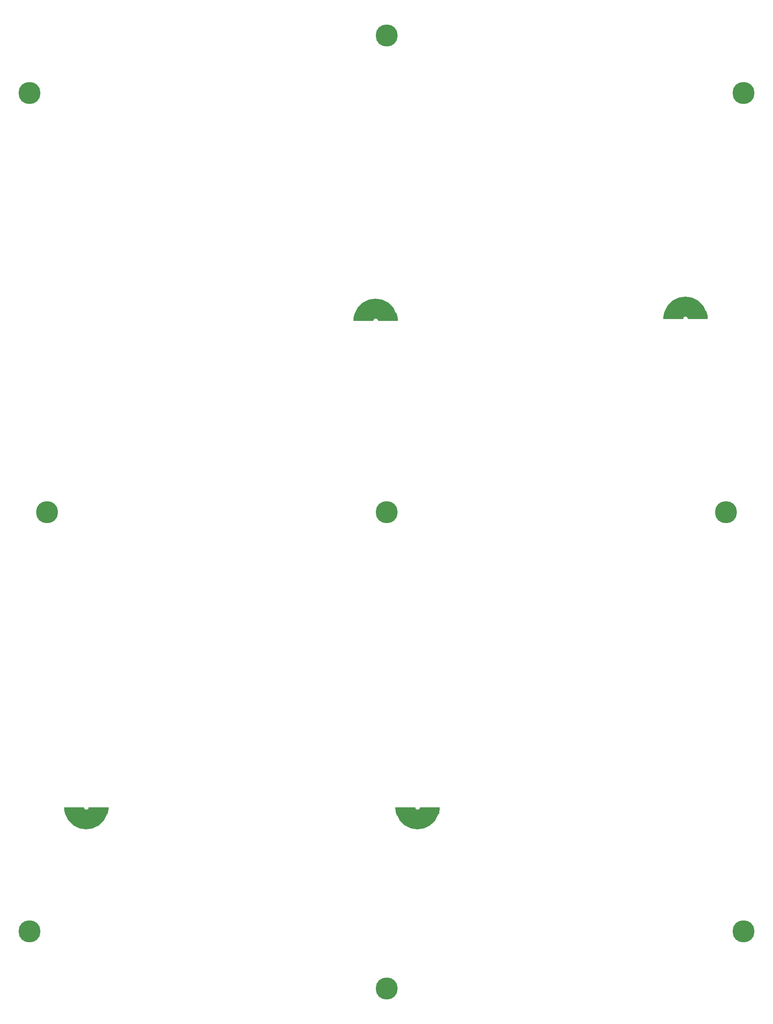
<source format=gbr>
%TF.GenerationSoftware,KiCad,Pcbnew,5.99.0-unknown-283d176cdc~117~ubuntu20.04.1*%
%TF.CreationDate,2021-02-27T15:30:39-06:00*%
%TF.ProjectId,FlatPanel4x4_tighter,466c6174-5061-46e6-956c-3478345f7469,rev?*%
%TF.SameCoordinates,Original*%
%TF.FileFunction,Soldermask,Top*%
%TF.FilePolarity,Negative*%
%FSLAX46Y46*%
G04 Gerber Fmt 4.6, Leading zero omitted, Abs format (unit mm)*
G04 Created by KiCad (PCBNEW 5.99.0-unknown-283d176cdc~117~ubuntu20.04.1) date 2021-02-27 15:30:39*
%MOMM*%
%LPD*%
G01*
G04 APERTURE LIST*
%ADD10C,2.200000*%
%ADD11C,0.000100*%
%ADD12C,2.900000*%
%ADD13C,5.000000*%
G04 APERTURE END LIST*
D10*
%TO.C,Feed1*%
X86755000Y-68512000D02*
G75*
G02*
X94224000Y-68540000I3730377J-1113900D01*
G01*
D11*
X95481150Y-69306600D02*
X95461000Y-69109000D01*
X95461000Y-69109000D02*
X95438000Y-68955000D01*
X95438000Y-68955000D02*
X95403000Y-68727000D01*
X95403000Y-68727000D02*
X95316000Y-68364000D01*
X95316000Y-68364000D02*
X95147000Y-67852000D01*
X95147000Y-67852000D02*
X95152400Y-69631600D01*
X95152400Y-69631600D02*
X95502400Y-69631600D01*
X95502400Y-69631600D02*
X95494000Y-69493000D01*
X95494000Y-69493000D02*
X95481150Y-69306600D01*
G36*
X95316000Y-68364000D02*
G01*
X95403000Y-68727000D01*
X95438000Y-68955000D01*
X95461000Y-69109000D01*
X95481150Y-69306600D01*
X95494000Y-69493000D01*
X95502400Y-69631600D01*
X95152400Y-69631600D01*
X95147000Y-67852000D01*
X95316000Y-68364000D01*
G37*
X95316000Y-68364000D02*
X95403000Y-68727000D01*
X95438000Y-68955000D01*
X95461000Y-69109000D01*
X95481150Y-69306600D01*
X95494000Y-69493000D01*
X95502400Y-69631600D01*
X95152400Y-69631600D01*
X95147000Y-67852000D01*
X95316000Y-68364000D01*
X90976000Y-66653000D02*
X91049400Y-69631600D01*
X91049400Y-69631600D02*
X95486000Y-69632000D01*
X95486000Y-69632000D02*
X95300000Y-68351000D01*
X95300000Y-68351000D02*
X90976000Y-66653000D01*
G36*
X95300000Y-68351000D02*
G01*
X95486000Y-69632000D01*
X91049400Y-69631600D01*
X90976000Y-66653000D01*
X95300000Y-68351000D01*
G37*
X95300000Y-68351000D02*
X95486000Y-69632000D01*
X91049400Y-69631600D01*
X90976000Y-66653000D01*
X95300000Y-68351000D01*
X85651400Y-68372600D02*
X85611400Y-68542600D01*
X85611400Y-68542600D02*
X85571400Y-68742600D01*
X85571400Y-68742600D02*
X85531400Y-68992600D01*
X85531400Y-68992600D02*
X85511400Y-69182600D01*
X85511400Y-69182600D02*
X85501400Y-69332600D01*
X85501400Y-69332600D02*
X85491400Y-69542600D01*
X85491400Y-69542600D02*
X85491400Y-69632600D01*
X85491400Y-69632600D02*
X85711400Y-68162600D01*
X85711400Y-68162600D02*
X85651400Y-68372600D01*
G36*
X85491400Y-69632600D02*
G01*
X85491400Y-69542600D01*
X85501400Y-69332600D01*
X85511400Y-69182600D01*
X85531400Y-68992600D01*
X85571400Y-68742600D01*
X85611400Y-68542600D01*
X85651400Y-68372600D01*
X85711400Y-68162600D01*
X85491400Y-69632600D01*
G37*
X85491400Y-69632600D02*
X85491400Y-69542600D01*
X85501400Y-69332600D01*
X85511400Y-69182600D01*
X85531400Y-68992600D01*
X85571400Y-68742600D01*
X85611400Y-68542600D01*
X85651400Y-68372600D01*
X85711400Y-68162600D01*
X85491400Y-69632600D01*
X89929400Y-69021600D02*
X89929400Y-69611600D01*
X89929400Y-69611600D02*
X89949400Y-69521600D01*
X89949400Y-69521600D02*
X89989400Y-69411600D01*
X89989400Y-69411600D02*
X90039400Y-69311600D01*
X90039400Y-69311600D02*
X90109400Y-69221600D01*
X90109400Y-69221600D02*
X90179400Y-69161600D01*
X90179400Y-69161600D02*
X90315650Y-69094100D01*
X90315650Y-69094100D02*
X90538775Y-69082850D01*
X90538775Y-69082850D02*
X90680025Y-69120350D01*
X90680025Y-69120350D02*
X90769400Y-69171600D01*
X90769400Y-69171600D02*
X90839400Y-69221600D01*
X90839400Y-69221600D02*
X90909400Y-69281600D01*
X90909400Y-69281600D02*
X90969400Y-69351600D01*
X90969400Y-69351600D02*
X91009400Y-69421600D01*
X91009400Y-69421600D02*
X91049400Y-69521600D01*
X91049400Y-69521600D02*
X91049400Y-69021600D01*
X91049400Y-69021600D02*
X89929400Y-69021600D01*
G36*
X91049400Y-69521600D02*
G01*
X91009400Y-69421600D01*
X90969400Y-69351600D01*
X90909400Y-69281600D01*
X90839400Y-69221600D01*
X90769400Y-69171600D01*
X90680025Y-69120350D01*
X90538775Y-69082850D01*
X90315650Y-69094100D01*
X90179400Y-69161600D01*
X90109400Y-69221600D01*
X90039400Y-69311600D01*
X89989400Y-69411600D01*
X89949400Y-69521600D01*
X89929400Y-69611600D01*
X89929400Y-69021600D01*
X91049400Y-69021600D01*
X91049400Y-69521600D01*
G37*
X91049400Y-69521600D02*
X91009400Y-69421600D01*
X90969400Y-69351600D01*
X90909400Y-69281600D01*
X90839400Y-69221600D01*
X90769400Y-69171600D01*
X90680025Y-69120350D01*
X90538775Y-69082850D01*
X90315650Y-69094100D01*
X90179400Y-69161600D01*
X90109400Y-69221600D01*
X90039400Y-69311600D01*
X89989400Y-69411600D01*
X89949400Y-69521600D01*
X89929400Y-69611600D01*
X89929400Y-69021600D01*
X91049400Y-69021600D01*
X91049400Y-69521600D01*
X85705867Y-68167057D02*
X85485867Y-69637057D01*
X85485867Y-69637057D02*
X89930125Y-69640279D01*
X89930125Y-69640279D02*
X89935000Y-69019000D01*
X89935000Y-69019000D02*
X91057000Y-69038000D01*
X91057000Y-69038000D02*
X90976000Y-66395000D01*
X90976000Y-66395000D02*
X85705867Y-68167057D01*
G36*
X91057000Y-69038000D02*
G01*
X89935000Y-69019000D01*
X89930125Y-69640279D01*
X85485867Y-69637057D01*
X85705867Y-68167057D01*
X90976000Y-66395000D01*
X91057000Y-69038000D01*
G37*
X91057000Y-69038000D02*
X89935000Y-69019000D01*
X89930125Y-69640279D01*
X85485867Y-69637057D01*
X85705867Y-68167057D01*
X90976000Y-66395000D01*
X91057000Y-69038000D01*
D10*
%TO.C,Feed3*%
X28593296Y-181033000D02*
G75*
G02*
X21124296Y-181005000I-3730377J1113900D01*
G01*
D11*
X25418896Y-180523400D02*
X25418896Y-179933400D01*
X25418896Y-179933400D02*
X25398896Y-180023400D01*
X25398896Y-180023400D02*
X25358896Y-180133400D01*
X25358896Y-180133400D02*
X25308896Y-180233400D01*
X25308896Y-180233400D02*
X25238896Y-180323400D01*
X25238896Y-180323400D02*
X25168896Y-180383400D01*
X25168896Y-180383400D02*
X25032646Y-180450900D01*
X25032646Y-180450900D02*
X24809521Y-180462150D01*
X24809521Y-180462150D02*
X24668271Y-180424650D01*
X24668271Y-180424650D02*
X24578896Y-180373400D01*
X24578896Y-180373400D02*
X24508896Y-180323400D01*
X24508896Y-180323400D02*
X24438896Y-180263400D01*
X24438896Y-180263400D02*
X24378896Y-180193400D01*
X24378896Y-180193400D02*
X24338896Y-180123400D01*
X24338896Y-180123400D02*
X24298896Y-180023400D01*
X24298896Y-180023400D02*
X24298896Y-180523400D01*
X24298896Y-180523400D02*
X25418896Y-180523400D01*
G36*
X25418896Y-180523400D02*
G01*
X24298896Y-180523400D01*
X24298896Y-180023400D01*
X24338896Y-180123400D01*
X24378896Y-180193400D01*
X24438896Y-180263400D01*
X24508896Y-180323400D01*
X24578896Y-180373400D01*
X24668271Y-180424650D01*
X24809521Y-180462150D01*
X25032646Y-180450900D01*
X25168896Y-180383400D01*
X25238896Y-180323400D01*
X25308896Y-180233400D01*
X25358896Y-180133400D01*
X25398896Y-180023400D01*
X25418896Y-179933400D01*
X25418896Y-180523400D01*
G37*
X25418896Y-180523400D02*
X24298896Y-180523400D01*
X24298896Y-180023400D01*
X24338896Y-180123400D01*
X24378896Y-180193400D01*
X24438896Y-180263400D01*
X24508896Y-180323400D01*
X24578896Y-180373400D01*
X24668271Y-180424650D01*
X24809521Y-180462150D01*
X25032646Y-180450900D01*
X25168896Y-180383400D01*
X25238896Y-180323400D01*
X25308896Y-180233400D01*
X25358896Y-180133400D01*
X25398896Y-180023400D01*
X25418896Y-179933400D01*
X25418896Y-180523400D01*
X19867146Y-180238400D02*
X19887296Y-180436000D01*
X19887296Y-180436000D02*
X19910296Y-180590000D01*
X19910296Y-180590000D02*
X19945296Y-180818000D01*
X19945296Y-180818000D02*
X20032296Y-181181000D01*
X20032296Y-181181000D02*
X20201296Y-181693000D01*
X20201296Y-181693000D02*
X20195896Y-179913400D01*
X20195896Y-179913400D02*
X19845896Y-179913400D01*
X19845896Y-179913400D02*
X19854296Y-180052000D01*
X19854296Y-180052000D02*
X19867146Y-180238400D01*
G36*
X20201296Y-181693000D02*
G01*
X20032296Y-181181000D01*
X19945296Y-180818000D01*
X19910296Y-180590000D01*
X19887296Y-180436000D01*
X19867146Y-180238400D01*
X19854296Y-180052000D01*
X19845896Y-179913400D01*
X20195896Y-179913400D01*
X20201296Y-181693000D01*
G37*
X20201296Y-181693000D02*
X20032296Y-181181000D01*
X19945296Y-180818000D01*
X19910296Y-180590000D01*
X19887296Y-180436000D01*
X19867146Y-180238400D01*
X19854296Y-180052000D01*
X19845896Y-179913400D01*
X20195896Y-179913400D01*
X20201296Y-181693000D01*
X29642429Y-181377943D02*
X29862429Y-179907943D01*
X29862429Y-179907943D02*
X25418171Y-179904721D01*
X25418171Y-179904721D02*
X25413296Y-180526000D01*
X25413296Y-180526000D02*
X24291296Y-180507000D01*
X24291296Y-180507000D02*
X24372296Y-183150000D01*
X24372296Y-183150000D02*
X29642429Y-181377943D01*
G36*
X29862429Y-179907943D02*
G01*
X29642429Y-181377943D01*
X24372296Y-183150000D01*
X24291296Y-180507000D01*
X25413296Y-180526000D01*
X25418171Y-179904721D01*
X29862429Y-179907943D01*
G37*
X29862429Y-179907943D02*
X29642429Y-181377943D01*
X24372296Y-183150000D01*
X24291296Y-180507000D01*
X25413296Y-180526000D01*
X25418171Y-179904721D01*
X29862429Y-179907943D01*
X24372296Y-182892000D02*
X24298896Y-179913400D01*
X24298896Y-179913400D02*
X19862296Y-179913000D01*
X19862296Y-179913000D02*
X20048296Y-181194000D01*
X20048296Y-181194000D02*
X24372296Y-182892000D01*
G36*
X24298896Y-179913400D02*
G01*
X24372296Y-182892000D01*
X20048296Y-181194000D01*
X19862296Y-179913000D01*
X24298896Y-179913400D01*
G37*
X24298896Y-179913400D02*
X24372296Y-182892000D01*
X20048296Y-181194000D01*
X19862296Y-179913000D01*
X24298896Y-179913400D01*
X29696896Y-181172400D02*
X29736896Y-181002400D01*
X29736896Y-181002400D02*
X29776896Y-180802400D01*
X29776896Y-180802400D02*
X29816896Y-180552400D01*
X29816896Y-180552400D02*
X29836896Y-180362400D01*
X29836896Y-180362400D02*
X29846896Y-180212400D01*
X29846896Y-180212400D02*
X29856896Y-180002400D01*
X29856896Y-180002400D02*
X29856896Y-179912400D01*
X29856896Y-179912400D02*
X29636896Y-181382400D01*
X29636896Y-181382400D02*
X29696896Y-181172400D01*
G36*
X29856896Y-180002400D02*
G01*
X29846896Y-180212400D01*
X29836896Y-180362400D01*
X29816896Y-180552400D01*
X29776896Y-180802400D01*
X29736896Y-181002400D01*
X29696896Y-181172400D01*
X29636896Y-181382400D01*
X29856896Y-179912400D01*
X29856896Y-180002400D01*
G37*
X29856896Y-180002400D02*
X29846896Y-180212400D01*
X29836896Y-180362400D01*
X29816896Y-180552400D01*
X29776896Y-180802400D01*
X29736896Y-181002400D01*
X29696896Y-181172400D01*
X29636896Y-181382400D01*
X29856896Y-179912400D01*
X29856896Y-180002400D01*
D10*
%TO.C,Feed4*%
X103750000Y-181033000D02*
G75*
G02*
X96281000Y-181005000I-3730377J1113900D01*
G01*
D11*
X100575600Y-180523400D02*
X100575600Y-179933400D01*
X100575600Y-179933400D02*
X100555600Y-180023400D01*
X100555600Y-180023400D02*
X100515600Y-180133400D01*
X100515600Y-180133400D02*
X100465600Y-180233400D01*
X100465600Y-180233400D02*
X100395600Y-180323400D01*
X100395600Y-180323400D02*
X100325600Y-180383400D01*
X100325600Y-180383400D02*
X100189350Y-180450900D01*
X100189350Y-180450900D02*
X99966225Y-180462150D01*
X99966225Y-180462150D02*
X99824975Y-180424650D01*
X99824975Y-180424650D02*
X99735600Y-180373400D01*
X99735600Y-180373400D02*
X99665600Y-180323400D01*
X99665600Y-180323400D02*
X99595600Y-180263400D01*
X99595600Y-180263400D02*
X99535600Y-180193400D01*
X99535600Y-180193400D02*
X99495600Y-180123400D01*
X99495600Y-180123400D02*
X99455600Y-180023400D01*
X99455600Y-180023400D02*
X99455600Y-180523400D01*
X99455600Y-180523400D02*
X100575600Y-180523400D01*
G36*
X100575600Y-180523400D02*
G01*
X99455600Y-180523400D01*
X99455600Y-180023400D01*
X99495600Y-180123400D01*
X99535600Y-180193400D01*
X99595600Y-180263400D01*
X99665600Y-180323400D01*
X99735600Y-180373400D01*
X99824975Y-180424650D01*
X99966225Y-180462150D01*
X100189350Y-180450900D01*
X100325600Y-180383400D01*
X100395600Y-180323400D01*
X100465600Y-180233400D01*
X100515600Y-180133400D01*
X100555600Y-180023400D01*
X100575600Y-179933400D01*
X100575600Y-180523400D01*
G37*
X100575600Y-180523400D02*
X99455600Y-180523400D01*
X99455600Y-180023400D01*
X99495600Y-180123400D01*
X99535600Y-180193400D01*
X99595600Y-180263400D01*
X99665600Y-180323400D01*
X99735600Y-180373400D01*
X99824975Y-180424650D01*
X99966225Y-180462150D01*
X100189350Y-180450900D01*
X100325600Y-180383400D01*
X100395600Y-180323400D01*
X100465600Y-180233400D01*
X100515600Y-180133400D01*
X100555600Y-180023400D01*
X100575600Y-179933400D01*
X100575600Y-180523400D01*
X99529000Y-182892000D02*
X99455600Y-179913400D01*
X99455600Y-179913400D02*
X95019000Y-179913000D01*
X95019000Y-179913000D02*
X95205000Y-181194000D01*
X95205000Y-181194000D02*
X99529000Y-182892000D01*
G36*
X99455600Y-179913400D02*
G01*
X99529000Y-182892000D01*
X95205000Y-181194000D01*
X95019000Y-179913000D01*
X99455600Y-179913400D01*
G37*
X99455600Y-179913400D02*
X99529000Y-182892000D01*
X95205000Y-181194000D01*
X95019000Y-179913000D01*
X99455600Y-179913400D01*
X104853600Y-181172400D02*
X104893600Y-181002400D01*
X104893600Y-181002400D02*
X104933600Y-180802400D01*
X104933600Y-180802400D02*
X104973600Y-180552400D01*
X104973600Y-180552400D02*
X104993600Y-180362400D01*
X104993600Y-180362400D02*
X105003600Y-180212400D01*
X105003600Y-180212400D02*
X105013600Y-180002400D01*
X105013600Y-180002400D02*
X105013600Y-179912400D01*
X105013600Y-179912400D02*
X104793600Y-181382400D01*
X104793600Y-181382400D02*
X104853600Y-181172400D01*
G36*
X105013600Y-180002400D02*
G01*
X105003600Y-180212400D01*
X104993600Y-180362400D01*
X104973600Y-180552400D01*
X104933600Y-180802400D01*
X104893600Y-181002400D01*
X104853600Y-181172400D01*
X104793600Y-181382400D01*
X105013600Y-179912400D01*
X105013600Y-180002400D01*
G37*
X105013600Y-180002400D02*
X105003600Y-180212400D01*
X104993600Y-180362400D01*
X104973600Y-180552400D01*
X104933600Y-180802400D01*
X104893600Y-181002400D01*
X104853600Y-181172400D01*
X104793600Y-181382400D01*
X105013600Y-179912400D01*
X105013600Y-180002400D01*
X95023850Y-180238400D02*
X95044000Y-180436000D01*
X95044000Y-180436000D02*
X95067000Y-180590000D01*
X95067000Y-180590000D02*
X95102000Y-180818000D01*
X95102000Y-180818000D02*
X95189000Y-181181000D01*
X95189000Y-181181000D02*
X95358000Y-181693000D01*
X95358000Y-181693000D02*
X95352600Y-179913400D01*
X95352600Y-179913400D02*
X95002600Y-179913400D01*
X95002600Y-179913400D02*
X95011000Y-180052000D01*
X95011000Y-180052000D02*
X95023850Y-180238400D01*
G36*
X95358000Y-181693000D02*
G01*
X95189000Y-181181000D01*
X95102000Y-180818000D01*
X95067000Y-180590000D01*
X95044000Y-180436000D01*
X95023850Y-180238400D01*
X95011000Y-180052000D01*
X95002600Y-179913400D01*
X95352600Y-179913400D01*
X95358000Y-181693000D01*
G37*
X95358000Y-181693000D02*
X95189000Y-181181000D01*
X95102000Y-180818000D01*
X95067000Y-180590000D01*
X95044000Y-180436000D01*
X95023850Y-180238400D01*
X95011000Y-180052000D01*
X95002600Y-179913400D01*
X95352600Y-179913400D01*
X95358000Y-181693000D01*
X104799133Y-181377943D02*
X105019133Y-179907943D01*
X105019133Y-179907943D02*
X100574875Y-179904721D01*
X100574875Y-179904721D02*
X100570000Y-180526000D01*
X100570000Y-180526000D02*
X99448000Y-180507000D01*
X99448000Y-180507000D02*
X99529000Y-183150000D01*
X99529000Y-183150000D02*
X104799133Y-181377943D01*
G36*
X105019133Y-179907943D02*
G01*
X104799133Y-181377943D01*
X99529000Y-183150000D01*
X99448000Y-180507000D01*
X100570000Y-180526000D01*
X100574875Y-179904721D01*
X105019133Y-179907943D01*
G37*
X105019133Y-179907943D02*
X104799133Y-181377943D01*
X99529000Y-183150000D01*
X99448000Y-180507000D01*
X100570000Y-180526000D01*
X100574875Y-179904721D01*
X105019133Y-179907943D01*
D10*
%TO.C,Feed2*%
X157055000Y-68052000D02*
G75*
G02*
X164524000Y-68080000I3730377J-1113900D01*
G01*
D11*
X156005867Y-67707057D02*
X155785867Y-69177057D01*
X155785867Y-69177057D02*
X160230125Y-69180279D01*
X160230125Y-69180279D02*
X160235000Y-68559000D01*
X160235000Y-68559000D02*
X161357000Y-68578000D01*
X161357000Y-68578000D02*
X161276000Y-65935000D01*
X161276000Y-65935000D02*
X156005867Y-67707057D01*
G36*
X161357000Y-68578000D02*
G01*
X160235000Y-68559000D01*
X160230125Y-69180279D01*
X155785867Y-69177057D01*
X156005867Y-67707057D01*
X161276000Y-65935000D01*
X161357000Y-68578000D01*
G37*
X161357000Y-68578000D02*
X160235000Y-68559000D01*
X160230125Y-69180279D01*
X155785867Y-69177057D01*
X156005867Y-67707057D01*
X161276000Y-65935000D01*
X161357000Y-68578000D01*
X155951400Y-67912600D02*
X155911400Y-68082600D01*
X155911400Y-68082600D02*
X155871400Y-68282600D01*
X155871400Y-68282600D02*
X155831400Y-68532600D01*
X155831400Y-68532600D02*
X155811400Y-68722600D01*
X155811400Y-68722600D02*
X155801400Y-68872600D01*
X155801400Y-68872600D02*
X155791400Y-69082600D01*
X155791400Y-69082600D02*
X155791400Y-69172600D01*
X155791400Y-69172600D02*
X156011400Y-67702600D01*
X156011400Y-67702600D02*
X155951400Y-67912600D01*
G36*
X155791400Y-69172600D02*
G01*
X155791400Y-69082600D01*
X155801400Y-68872600D01*
X155811400Y-68722600D01*
X155831400Y-68532600D01*
X155871400Y-68282600D01*
X155911400Y-68082600D01*
X155951400Y-67912600D01*
X156011400Y-67702600D01*
X155791400Y-69172600D01*
G37*
X155791400Y-69172600D02*
X155791400Y-69082600D01*
X155801400Y-68872600D01*
X155811400Y-68722600D01*
X155831400Y-68532600D01*
X155871400Y-68282600D01*
X155911400Y-68082600D01*
X155951400Y-67912600D01*
X156011400Y-67702600D01*
X155791400Y-69172600D01*
X165781150Y-68846600D02*
X165761000Y-68649000D01*
X165761000Y-68649000D02*
X165738000Y-68495000D01*
X165738000Y-68495000D02*
X165703000Y-68267000D01*
X165703000Y-68267000D02*
X165616000Y-67904000D01*
X165616000Y-67904000D02*
X165447000Y-67392000D01*
X165447000Y-67392000D02*
X165452400Y-69171600D01*
X165452400Y-69171600D02*
X165802400Y-69171600D01*
X165802400Y-69171600D02*
X165794000Y-69033000D01*
X165794000Y-69033000D02*
X165781150Y-68846600D01*
G36*
X165616000Y-67904000D02*
G01*
X165703000Y-68267000D01*
X165738000Y-68495000D01*
X165761000Y-68649000D01*
X165781150Y-68846600D01*
X165794000Y-69033000D01*
X165802400Y-69171600D01*
X165452400Y-69171600D01*
X165447000Y-67392000D01*
X165616000Y-67904000D01*
G37*
X165616000Y-67904000D02*
X165703000Y-68267000D01*
X165738000Y-68495000D01*
X165761000Y-68649000D01*
X165781150Y-68846600D01*
X165794000Y-69033000D01*
X165802400Y-69171600D01*
X165452400Y-69171600D01*
X165447000Y-67392000D01*
X165616000Y-67904000D01*
X160229400Y-68561600D02*
X160229400Y-69151600D01*
X160229400Y-69151600D02*
X160249400Y-69061600D01*
X160249400Y-69061600D02*
X160289400Y-68951600D01*
X160289400Y-68951600D02*
X160339400Y-68851600D01*
X160339400Y-68851600D02*
X160409400Y-68761600D01*
X160409400Y-68761600D02*
X160479400Y-68701600D01*
X160479400Y-68701600D02*
X160615650Y-68634100D01*
X160615650Y-68634100D02*
X160838775Y-68622850D01*
X160838775Y-68622850D02*
X160980025Y-68660350D01*
X160980025Y-68660350D02*
X161069400Y-68711600D01*
X161069400Y-68711600D02*
X161139400Y-68761600D01*
X161139400Y-68761600D02*
X161209400Y-68821600D01*
X161209400Y-68821600D02*
X161269400Y-68891600D01*
X161269400Y-68891600D02*
X161309400Y-68961600D01*
X161309400Y-68961600D02*
X161349400Y-69061600D01*
X161349400Y-69061600D02*
X161349400Y-68561600D01*
X161349400Y-68561600D02*
X160229400Y-68561600D01*
G36*
X161349400Y-69061600D02*
G01*
X161309400Y-68961600D01*
X161269400Y-68891600D01*
X161209400Y-68821600D01*
X161139400Y-68761600D01*
X161069400Y-68711600D01*
X160980025Y-68660350D01*
X160838775Y-68622850D01*
X160615650Y-68634100D01*
X160479400Y-68701600D01*
X160409400Y-68761600D01*
X160339400Y-68851600D01*
X160289400Y-68951600D01*
X160249400Y-69061600D01*
X160229400Y-69151600D01*
X160229400Y-68561600D01*
X161349400Y-68561600D01*
X161349400Y-69061600D01*
G37*
X161349400Y-69061600D02*
X161309400Y-68961600D01*
X161269400Y-68891600D01*
X161209400Y-68821600D01*
X161139400Y-68761600D01*
X161069400Y-68711600D01*
X160980025Y-68660350D01*
X160838775Y-68622850D01*
X160615650Y-68634100D01*
X160479400Y-68701600D01*
X160409400Y-68761600D01*
X160339400Y-68851600D01*
X160289400Y-68951600D01*
X160249400Y-69061600D01*
X160229400Y-69151600D01*
X160229400Y-68561600D01*
X161349400Y-68561600D01*
X161349400Y-69061600D01*
X161276000Y-66193000D02*
X161349400Y-69171600D01*
X161349400Y-69171600D02*
X165786000Y-69172000D01*
X165786000Y-69172000D02*
X165600000Y-67891000D01*
X165600000Y-67891000D02*
X161276000Y-66193000D01*
G36*
X165600000Y-67891000D02*
G01*
X165786000Y-69172000D01*
X161349400Y-69171600D01*
X161276000Y-66193000D01*
X165600000Y-67891000D01*
G37*
X165600000Y-67891000D02*
X165786000Y-69172000D01*
X161349400Y-69171600D01*
X161276000Y-66193000D01*
X165600000Y-67891000D01*
%TD*%
D12*
%TO.C,H11*%
X93000000Y-113000000D03*
D13*
X93000000Y-113000000D03*
%TD*%
D12*
%TO.C,H10*%
X93000000Y-5000000D03*
D13*
X93000000Y-5000000D03*
%TD*%
D12*
%TO.C,H12*%
X170000000Y-113000000D03*
D13*
X170000000Y-113000000D03*
%TD*%
D12*
%TO.C,H4*%
X174000000Y-208000000D03*
D13*
X174000000Y-208000000D03*
%TD*%
D12*
%TO.C,H9*%
X93000000Y-221000000D03*
D13*
X93000000Y-221000000D03*
%TD*%
D12*
%TO.C,H2*%
X174000000Y-18000000D03*
D13*
X174000000Y-18000000D03*
%TD*%
%TO.C,H3*%
X12000000Y-208000000D03*
D12*
X12000000Y-208000000D03*
%TD*%
D13*
%TO.C,H1*%
X12000000Y-18000000D03*
D12*
X12000000Y-18000000D03*
%TD*%
D13*
%TO.C,H11*%
X16000000Y-113000000D03*
D12*
X16000000Y-113000000D03*
%TD*%
M02*

</source>
